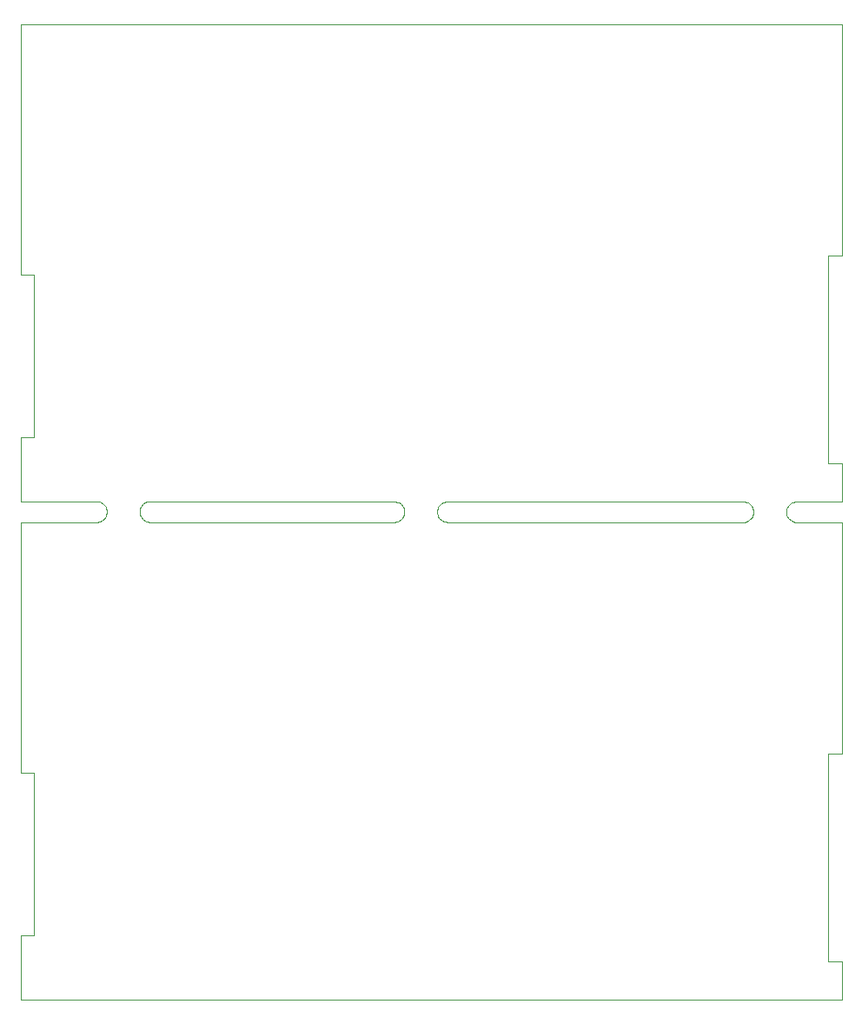
<source format=gko>
%MOIN*%
%OFA0B0*%
%FSLAX36Y36*%
%IPPOS*%
%LPD*%
%ADD10C,0*%
D10*
X001418974Y001830708D02*
X001418974Y001830708D01*
X000510159Y001830708D01*
X000510078Y001830708D01*
X000509997Y001830708D01*
X000509916Y001830709D01*
X000509835Y001830709D01*
X000509754Y001830710D01*
X000509673Y001830711D01*
X000509592Y001830712D01*
X000509512Y001830713D01*
X000509431Y001830715D01*
X000509350Y001830716D01*
X000509269Y001830718D01*
X000509188Y001830720D01*
X000509107Y001830722D01*
X000509026Y001830724D01*
X000508946Y001830727D01*
X000508865Y001830729D01*
X000508784Y001830732D01*
X000508703Y001830735D01*
X000508622Y001830738D01*
X000508541Y001830741D01*
X000494014Y001831339D01*
X000487959Y001832060D01*
X000482088Y001833708D01*
X000476542Y001836243D01*
X000471454Y001839603D01*
X000466946Y001843709D01*
X000463126Y001848462D01*
X000460086Y001853748D01*
X000457898Y001859439D01*
X000456616Y001865401D01*
X000456269Y001871489D01*
X000456867Y001877557D01*
X000458394Y001883460D01*
X000460815Y001889057D01*
X000464071Y001894212D01*
X000468084Y001898803D01*
X000472758Y001902720D01*
X000477980Y001905867D01*
X000483626Y001908171D01*
X000489560Y001909575D01*
X000495640Y001910045D01*
X001433370Y001909835D01*
X001439476Y001909357D01*
X001445434Y001907938D01*
X001451100Y001905612D01*
X001456337Y001902435D01*
X001461017Y001898485D01*
X001465029Y001893857D01*
X001468273Y001888662D01*
X001470673Y001883027D01*
X001472170Y001877088D01*
X001472728Y001870989D01*
X001472333Y001864877D01*
X001470995Y001858900D01*
X001468745Y001853203D01*
X001465640Y001847924D01*
X001461753Y001843190D01*
X001457180Y001839117D01*
X001452030Y001835802D01*
X001446428Y001833326D01*
X001440509Y001831749D01*
X001434418Y001831109D01*
X001420031Y001830722D01*
X001419978Y001830721D01*
X001419926Y001830720D01*
X001419873Y001830718D01*
X001419820Y001830717D01*
X001419767Y001830716D01*
X001419714Y001830715D01*
X001419661Y001830714D01*
X001419608Y001830713D01*
X001419556Y001830712D01*
X001419503Y001830712D01*
X001419450Y001830711D01*
X001419397Y001830710D01*
X001419344Y001830710D01*
X001419291Y001830709D01*
X001419239Y001830709D01*
X001419186Y001830709D01*
X001419133Y001830708D01*
X001419080Y001830708D01*
X001419027Y001830708D01*
X001418974Y001830708D01*
X002757572Y001909537D02*
X002757572Y001909537D01*
X002757584Y001909537D01*
X002757596Y001909537D01*
X002757608Y001909537D01*
X002757619Y001909537D01*
X002757631Y001909537D01*
X002757643Y001909537D01*
X002757655Y001909537D01*
X002757667Y001909537D01*
X002757679Y001909537D01*
X002757691Y001909537D01*
X002757703Y001909537D01*
X002757714Y001909537D01*
X002757726Y001909537D01*
X002757738Y001909537D01*
X002757750Y001909536D01*
X002757762Y001909536D01*
X002757774Y001909536D01*
X002757786Y001909536D01*
X002757798Y001909536D01*
X002757809Y001909536D01*
X002771975Y001909448D01*
X002778119Y001908926D01*
X002784105Y001907452D01*
X002789789Y001905062D01*
X002795029Y001901813D01*
X002799698Y001897786D01*
X002803681Y001893080D01*
X002806880Y001887809D01*
X002809217Y001882104D01*
X002810635Y001876103D01*
X002811099Y001869955D01*
X002810597Y001863810D01*
X002809141Y001857819D01*
X002806769Y001852128D01*
X002803536Y001846877D01*
X002799524Y001842196D01*
X002794830Y001838198D01*
X002789570Y001834982D01*
X002783871Y001832627D01*
X002777875Y001831191D01*
X002771729Y001830708D01*
X001651891Y001830708D01*
X001651844Y001830708D01*
X001651798Y001830708D01*
X001651751Y001830708D01*
X001651704Y001830709D01*
X001651658Y001830709D01*
X001651611Y001830709D01*
X001651565Y001830709D01*
X001651518Y001830710D01*
X001651471Y001830710D01*
X001651425Y001830711D01*
X001651378Y001830711D01*
X001651332Y001830712D01*
X001651285Y001830713D01*
X001651238Y001830714D01*
X001651192Y001830714D01*
X001651145Y001830715D01*
X001651099Y001830716D01*
X001651052Y001830717D01*
X001651005Y001830718D01*
X001650959Y001830719D01*
X001636581Y001831060D01*
X001630481Y001831682D01*
X001624551Y001833243D01*
X001618936Y001835707D01*
X001613771Y001839013D01*
X001609183Y001843080D01*
X001605281Y001847811D01*
X001602162Y001853090D01*
X001599900Y001858789D01*
X001598550Y001864771D01*
X001598146Y001870889D01*
X001598696Y001876996D01*
X001600188Y001882944D01*
X001602586Y001888587D01*
X001605831Y001893790D01*
X001609844Y001898426D01*
X001614529Y001902383D01*
X001619771Y001905564D01*
X001625443Y001907893D01*
X001631408Y001909313D01*
X001637522Y001909789D01*
X002757572Y001909537D01*
X000291788Y001910091D02*
X000291788Y001910091D01*
X000297860Y001909619D01*
X000303787Y001908215D01*
X000309426Y001905915D01*
X000314643Y001902772D01*
X000319313Y001898861D01*
X000323324Y001894278D01*
X000326580Y001889130D01*
X000329003Y001883542D01*
X000330535Y001877648D01*
X000331139Y001871587D01*
X000330802Y001865506D01*
X000329531Y001859549D01*
X000327356Y001853860D01*
X000324329Y001848574D01*
X000320524Y001843819D01*
X000316030Y001839707D01*
X000310957Y001836338D01*
X000305424Y001833791D01*
X000299564Y001832129D01*
X000293519Y001831390D01*
X000278982Y001830747D01*
X000278895Y001830743D01*
X000278808Y001830739D01*
X000278721Y001830736D01*
X000278634Y001830733D01*
X000278547Y001830730D01*
X000278460Y001830727D01*
X000278373Y001830724D01*
X000278286Y001830722D01*
X000278199Y001830720D01*
X000278112Y001830718D01*
X000278025Y001830716D01*
X000277938Y001830714D01*
X000277851Y001830713D01*
X000277764Y001830712D01*
X000277677Y001830711D01*
X000277590Y001830710D01*
X000277503Y001830709D01*
X000277416Y001830709D01*
X000277329Y001830708D01*
X000277242Y001830708D01*
X000000000Y001830708D01*
X000000000Y000870708D01*
X000050000Y000870708D01*
X000050000Y000245708D01*
X000000000Y000245708D01*
X000000000Y000000708D01*
X003149606Y000000000D01*
X003150000Y000146708D01*
X003098000Y000146708D01*
X003098999Y000944708D01*
X003150999Y000944708D01*
X003150999Y001830708D01*
X002976302Y001830708D01*
X002970148Y001831192D01*
X002964145Y001832632D01*
X002958442Y001834992D01*
X002953177Y001838215D01*
X002948481Y001842222D01*
X002944468Y001846913D01*
X002941239Y001852173D01*
X002938871Y001857874D01*
X002937423Y001863875D01*
X002936932Y001870028D01*
X002937408Y001876182D01*
X002938840Y001882187D01*
X002941193Y001887893D01*
X002944409Y001893162D01*
X002948409Y001897864D01*
X002953095Y001901882D01*
X002958352Y001905118D01*
X002964049Y001907493D01*
X002970048Y001908948D01*
X002976201Y001909448D01*
X002990358Y001909484D01*
X002990363Y001909484D01*
X002990369Y001909484D01*
X002990374Y001909484D01*
X002990380Y001909484D01*
X002990385Y001909484D01*
X002990391Y001909484D01*
X002990396Y001909484D01*
X002990402Y001909484D01*
X002990407Y001909484D01*
X002990413Y001909485D01*
X002990418Y001909485D01*
X002990424Y001909485D01*
X002990429Y001909485D01*
X002990434Y001909485D01*
X002990440Y001909485D01*
X002990445Y001909485D01*
X002990451Y001909485D01*
X002990456Y001909485D01*
X002990462Y001909485D01*
X002990467Y001909485D01*
X003149606Y001909449D01*
X003150000Y002056157D01*
X003098000Y002056157D01*
X003098999Y002854157D01*
X003150999Y002854157D01*
X003150999Y003740157D01*
X000000000Y003740157D01*
X000000000Y002780157D01*
X000050000Y002780157D01*
X000050000Y002155157D01*
X000000000Y002155157D01*
X000000000Y001910157D01*
X000291788Y001910091D01*
M02*
</source>
